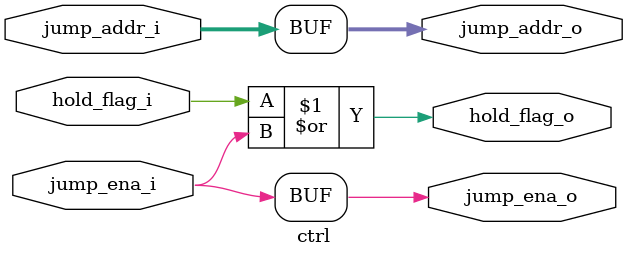
<source format=v>
module ctrl (
    // from ex
    input wire[31:0]    jump_addr_i,
    input wire          jump_ena_i,
    input wire          hold_flag_i,
    // to if_id, id_ex
    output wire[31:0]    jump_addr_o,
    output wire          jump_ena_o,
    output wire          hold_flag_o
);
    assign jump_addr_o = jump_addr_i;
    assign jump_ena_o = jump_ena_i;
    assign hold_flag_o = hold_flag_i | jump_ena_i;

endmodule //ctrl
</source>
